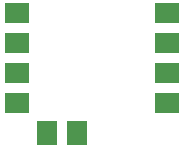
<source format=gbs>
G04 DipTrace 2.4.0.2*
%INECGADCBufferAry.gbs*%
%MOIN*%
%ADD45R,0.0685X0.0816*%
%ADD47R,0.0816X0.0685*%
%FSLAX44Y44*%
G04*
G70*
G90*
G75*
G01*
%LNBotMask*%
%LPD*%
D47*
X8937Y7937D3*
Y6937D3*
Y5937D3*
Y4937D3*
X3937D3*
Y5937D3*
Y6937D3*
Y7937D3*
D45*
X5937Y3937D3*
X4937D3*
M02*

</source>
